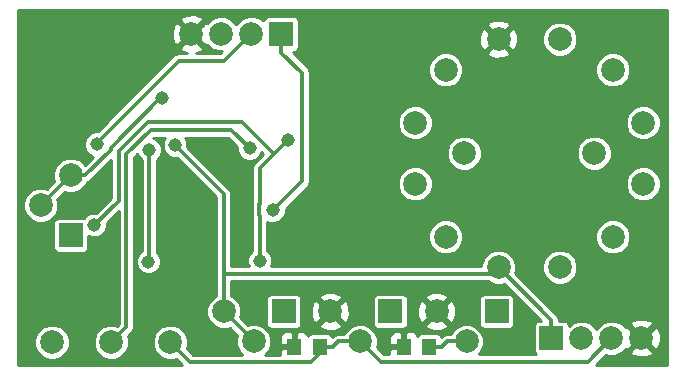
<source format=gbl>
G04 (created by PCBNEW (2013-03-31 BZR 4008)-stable) date 2013-10-21 1:47:18 PM*
%MOIN*%
G04 Gerber Fmt 3.4, Leading zero omitted, Abs format*
%FSLAX34Y34*%
G01*
G70*
G90*
G04 APERTURE LIST*
%ADD10C,0.006*%
%ADD11C,0.0787*%
%ADD12R,0.045X0.055*%
%ADD13R,0.0787X0.0787*%
%ADD14C,0.0787402*%
%ADD15C,0.045*%
%ADD16C,0.012*%
%ADD17C,0.014*%
%ADD18C,0.01*%
G04 APERTURE END LIST*
G54D10*
G54D11*
X13543Y-19133D03*
X11574Y-19133D03*
X15511Y-19133D03*
G54D12*
X19653Y-19291D03*
X20503Y-19291D03*
G54D13*
X19216Y-8858D03*
G54D11*
X18216Y-8858D03*
X17216Y-8858D03*
X16216Y-8858D03*
G54D14*
X23677Y-11814D03*
X24696Y-10051D03*
X26460Y-9031D03*
X28500Y-9031D03*
X30263Y-10051D03*
X31283Y-11814D03*
X29645Y-12834D03*
X25314Y-12834D03*
X23677Y-13854D03*
X24696Y-15618D03*
X26460Y-16637D03*
X28500Y-16637D03*
X30263Y-15618D03*
X31283Y-13854D03*
G54D12*
X23295Y-19291D03*
X24145Y-19291D03*
G54D11*
X18307Y-19110D03*
X17307Y-18110D03*
G54D13*
X19307Y-18110D03*
G54D11*
X21850Y-19110D03*
X20850Y-18110D03*
G54D13*
X22850Y-18110D03*
G54D11*
X25393Y-19110D03*
X24393Y-18110D03*
G54D13*
X26393Y-18110D03*
G54D11*
X11204Y-14566D03*
X12204Y-13566D03*
G54D13*
X12204Y-15566D03*
X28224Y-18996D03*
G54D11*
X29224Y-18996D03*
X30224Y-18996D03*
X31224Y-18996D03*
G54D15*
X18933Y-14725D03*
X15673Y-12567D03*
X13090Y-12531D03*
X19427Y-12397D03*
X12986Y-15227D03*
X18506Y-16418D03*
X16296Y-12547D03*
X21358Y-15602D03*
X14422Y-10518D03*
X16280Y-16601D03*
X12787Y-18032D03*
X11114Y-12614D03*
X15243Y-11004D03*
X18160Y-12674D03*
X14813Y-12718D03*
X14781Y-16446D03*
G54D16*
X24751Y-19110D02*
X24570Y-19291D01*
X25393Y-19110D02*
X24751Y-19110D01*
X24145Y-19291D02*
X24570Y-19291D01*
G54D17*
X19895Y-10160D02*
X19216Y-9481D01*
X19895Y-13763D02*
X19895Y-10160D01*
X18933Y-14725D02*
X19895Y-13763D01*
X19216Y-8858D02*
X19216Y-9481D01*
G54D16*
X18307Y-19110D02*
X17307Y-18110D01*
X28224Y-18996D02*
X28224Y-18402D01*
X17307Y-18110D02*
X17307Y-16858D01*
X17307Y-14201D02*
X15673Y-12567D01*
X17307Y-16858D02*
X17307Y-14201D01*
X26460Y-16638D02*
X28224Y-18402D01*
X26240Y-16858D02*
X26460Y-16638D01*
X17307Y-16858D02*
X26240Y-16858D01*
X26460Y-16638D02*
X26460Y-16637D01*
X21109Y-19110D02*
X20928Y-19291D01*
X21850Y-19110D02*
X21109Y-19110D01*
X22526Y-19786D02*
X21850Y-19110D01*
X29433Y-19786D02*
X22526Y-19786D01*
X30224Y-18996D02*
X29433Y-19786D01*
X20503Y-19291D02*
X20716Y-19291D01*
X20716Y-19291D02*
X20928Y-19291D01*
X16179Y-19801D02*
X15511Y-19133D01*
X20205Y-19801D02*
X16179Y-19801D01*
X20716Y-19291D02*
X20205Y-19801D01*
G54D17*
X17304Y-9770D02*
X18216Y-8858D01*
X15817Y-9770D02*
X17304Y-9770D01*
X13090Y-12497D02*
X15817Y-9770D01*
X13090Y-12531D02*
X13090Y-12497D01*
G54D16*
X19427Y-12397D02*
X18962Y-12862D01*
X18506Y-14928D02*
X18506Y-16418D01*
X18487Y-14909D02*
X18506Y-14928D01*
X18487Y-14541D02*
X18487Y-14909D01*
X18506Y-14522D02*
X18487Y-14541D01*
X18506Y-13318D02*
X18506Y-14522D01*
X18962Y-12862D02*
X18506Y-13318D01*
X13795Y-14417D02*
X12986Y-15227D01*
X13795Y-12765D02*
X13795Y-14417D01*
X14766Y-11794D02*
X13795Y-12765D01*
X17893Y-11794D02*
X14766Y-11794D01*
X18962Y-12862D02*
X17893Y-11794D01*
X11204Y-14566D02*
X12204Y-13566D01*
X15183Y-11004D02*
X15243Y-11004D01*
X13535Y-12652D02*
X15183Y-11004D01*
X13535Y-12715D02*
X13535Y-12652D01*
X12684Y-13566D02*
X13535Y-12715D01*
X12204Y-13566D02*
X12684Y-13566D01*
X14055Y-18621D02*
X13543Y-19133D01*
X14055Y-12875D02*
X14055Y-18621D01*
X14864Y-12067D02*
X14055Y-12875D01*
X17553Y-12067D02*
X14864Y-12067D01*
X18160Y-12674D02*
X17553Y-12067D01*
X14813Y-16414D02*
X14781Y-16446D01*
X14813Y-12718D02*
X14813Y-16414D01*
G54D10*
G36*
X18608Y-12862D02*
X18329Y-13141D01*
X18275Y-13222D01*
X18256Y-13318D01*
X18256Y-14447D01*
X18237Y-14541D01*
X18237Y-14909D01*
X18256Y-15003D01*
X18256Y-16081D01*
X18154Y-16183D01*
X18091Y-16335D01*
X18091Y-16500D01*
X18135Y-16608D01*
X17557Y-16608D01*
X17557Y-14201D01*
X17557Y-14201D01*
X17557Y-14201D01*
X17553Y-14182D01*
X17538Y-14106D01*
X17538Y-14106D01*
X17483Y-14025D01*
X17483Y-14025D01*
X16088Y-12629D01*
X16088Y-12485D01*
X16025Y-12333D01*
X16009Y-12317D01*
X17449Y-12317D01*
X17745Y-12612D01*
X17745Y-12756D01*
X17808Y-12909D01*
X17924Y-13025D01*
X18077Y-13089D01*
X18242Y-13089D01*
X18394Y-13026D01*
X18511Y-12909D01*
X18553Y-12808D01*
X18608Y-12862D01*
X18608Y-12862D01*
G37*
G54D18*
X18608Y-12862D02*
X18329Y-13141D01*
X18275Y-13222D01*
X18256Y-13318D01*
X18256Y-14447D01*
X18237Y-14541D01*
X18237Y-14909D01*
X18256Y-15003D01*
X18256Y-16081D01*
X18154Y-16183D01*
X18091Y-16335D01*
X18091Y-16500D01*
X18135Y-16608D01*
X17557Y-16608D01*
X17557Y-14201D01*
X17557Y-14201D01*
X17557Y-14201D01*
X17553Y-14182D01*
X17538Y-14106D01*
X17538Y-14106D01*
X17483Y-14025D01*
X17483Y-14025D01*
X16088Y-12629D01*
X16088Y-12485D01*
X16025Y-12333D01*
X16009Y-12317D01*
X17449Y-12317D01*
X17745Y-12612D01*
X17745Y-12756D01*
X17808Y-12909D01*
X17924Y-13025D01*
X18077Y-13089D01*
X18242Y-13089D01*
X18394Y-13026D01*
X18511Y-12909D01*
X18553Y-12808D01*
X18608Y-12862D01*
G54D10*
G36*
X27880Y-18412D02*
X27793Y-18412D01*
X27723Y-18441D01*
X27669Y-18494D01*
X27640Y-18564D01*
X27640Y-18640D01*
X27640Y-19427D01*
X27669Y-19497D01*
X27709Y-19536D01*
X26977Y-19536D01*
X26977Y-18466D01*
X26977Y-17679D01*
X26948Y-17609D01*
X26894Y-17555D01*
X26825Y-17526D01*
X26749Y-17526D01*
X25962Y-17526D01*
X25892Y-17555D01*
X25839Y-17608D01*
X25810Y-17678D01*
X25810Y-17754D01*
X25810Y-18541D01*
X25839Y-18611D01*
X25892Y-18664D01*
X25962Y-18693D01*
X26037Y-18693D01*
X26824Y-18693D01*
X26894Y-18664D01*
X26948Y-18611D01*
X26977Y-18541D01*
X26977Y-18466D01*
X26977Y-19536D01*
X25792Y-19536D01*
X25888Y-19441D01*
X25977Y-19226D01*
X25977Y-18994D01*
X25888Y-18780D01*
X25724Y-18615D01*
X25510Y-18526D01*
X25278Y-18526D01*
X25063Y-18615D01*
X25041Y-18637D01*
X25041Y-18214D01*
X25032Y-17958D01*
X24952Y-17766D01*
X24847Y-17727D01*
X24776Y-17798D01*
X24776Y-17656D01*
X24737Y-17551D01*
X24497Y-17462D01*
X24241Y-17471D01*
X24049Y-17551D01*
X24010Y-17656D01*
X24393Y-18039D01*
X24776Y-17656D01*
X24776Y-17798D01*
X24464Y-18110D01*
X24847Y-18493D01*
X24952Y-18454D01*
X25041Y-18214D01*
X25041Y-18637D01*
X24899Y-18779D01*
X24865Y-18860D01*
X24776Y-18860D01*
X24776Y-18563D01*
X24393Y-18180D01*
X24322Y-18251D01*
X24322Y-18110D01*
X23940Y-17727D01*
X23835Y-17766D01*
X23745Y-18006D01*
X23755Y-18261D01*
X23835Y-18454D01*
X23940Y-18493D01*
X24322Y-18110D01*
X24322Y-18251D01*
X24010Y-18563D01*
X24049Y-18668D01*
X24289Y-18758D01*
X24545Y-18748D01*
X24737Y-18668D01*
X24776Y-18563D01*
X24776Y-18860D01*
X24751Y-18860D01*
X24656Y-18879D01*
X24574Y-18933D01*
X24551Y-18956D01*
X24531Y-18908D01*
X24478Y-18855D01*
X24408Y-18826D01*
X24332Y-18826D01*
X23882Y-18826D01*
X23812Y-18855D01*
X23759Y-18908D01*
X23752Y-18924D01*
X23732Y-18874D01*
X23661Y-18804D01*
X23569Y-18766D01*
X23433Y-18766D01*
X23433Y-18466D01*
X23433Y-17679D01*
X23405Y-17609D01*
X23351Y-17555D01*
X23281Y-17526D01*
X23206Y-17526D01*
X22419Y-17526D01*
X22349Y-17555D01*
X22295Y-17608D01*
X22266Y-17678D01*
X22266Y-17754D01*
X22266Y-18541D01*
X22295Y-18611D01*
X22349Y-18664D01*
X22418Y-18693D01*
X22494Y-18693D01*
X23281Y-18693D01*
X23351Y-18664D01*
X23404Y-18611D01*
X23433Y-18541D01*
X23433Y-18466D01*
X23433Y-18766D01*
X23407Y-18766D01*
X23345Y-18828D01*
X23345Y-19241D01*
X23353Y-19241D01*
X23353Y-19341D01*
X23345Y-19341D01*
X23345Y-19349D01*
X23245Y-19349D01*
X23245Y-19341D01*
X23245Y-19241D01*
X23245Y-18828D01*
X23182Y-18766D01*
X23020Y-18766D01*
X22929Y-18804D01*
X22858Y-18874D01*
X22820Y-18966D01*
X22820Y-19065D01*
X22820Y-19178D01*
X22882Y-19241D01*
X23245Y-19241D01*
X23245Y-19341D01*
X22882Y-19341D01*
X22820Y-19403D01*
X22820Y-19516D01*
X22820Y-19536D01*
X22630Y-19536D01*
X22400Y-19306D01*
X22433Y-19226D01*
X22433Y-18994D01*
X22345Y-18780D01*
X22181Y-18615D01*
X21966Y-18526D01*
X21734Y-18526D01*
X21520Y-18615D01*
X21498Y-18637D01*
X21498Y-18214D01*
X21488Y-17958D01*
X21409Y-17766D01*
X21304Y-17727D01*
X21233Y-17798D01*
X21233Y-17656D01*
X21194Y-17551D01*
X20954Y-17462D01*
X20698Y-17471D01*
X20506Y-17551D01*
X20467Y-17656D01*
X20850Y-18039D01*
X21233Y-17656D01*
X21233Y-17798D01*
X20921Y-18110D01*
X21304Y-18493D01*
X21409Y-18454D01*
X21498Y-18214D01*
X21498Y-18637D01*
X21356Y-18779D01*
X21322Y-18860D01*
X21233Y-18860D01*
X21233Y-18563D01*
X20850Y-18180D01*
X20779Y-18251D01*
X20779Y-18110D01*
X20396Y-17727D01*
X20291Y-17766D01*
X20202Y-18006D01*
X20212Y-18261D01*
X20291Y-18454D01*
X20396Y-18493D01*
X20779Y-18110D01*
X20779Y-18251D01*
X20467Y-18563D01*
X20506Y-18668D01*
X20746Y-18758D01*
X21002Y-18748D01*
X21194Y-18668D01*
X21233Y-18563D01*
X21233Y-18860D01*
X21109Y-18860D01*
X21014Y-18879D01*
X20933Y-18933D01*
X20909Y-18956D01*
X20889Y-18908D01*
X20836Y-18855D01*
X20766Y-18826D01*
X20691Y-18826D01*
X20241Y-18826D01*
X20171Y-18855D01*
X20117Y-18908D01*
X20111Y-18924D01*
X20090Y-18874D01*
X20020Y-18804D01*
X19928Y-18766D01*
X19890Y-18766D01*
X19890Y-18466D01*
X19890Y-17679D01*
X19861Y-17609D01*
X19808Y-17555D01*
X19738Y-17526D01*
X19662Y-17526D01*
X18875Y-17526D01*
X18806Y-17555D01*
X18752Y-17608D01*
X18723Y-17678D01*
X18723Y-17754D01*
X18723Y-18541D01*
X18752Y-18611D01*
X18805Y-18664D01*
X18875Y-18693D01*
X18951Y-18693D01*
X19738Y-18693D01*
X19808Y-18664D01*
X19861Y-18611D01*
X19890Y-18541D01*
X19890Y-18466D01*
X19890Y-18766D01*
X19766Y-18766D01*
X19703Y-18828D01*
X19703Y-19241D01*
X19711Y-19241D01*
X19711Y-19341D01*
X19703Y-19341D01*
X19703Y-19349D01*
X19603Y-19349D01*
X19603Y-19341D01*
X19603Y-19241D01*
X19603Y-18828D01*
X19541Y-18766D01*
X19379Y-18766D01*
X19287Y-18804D01*
X19216Y-18874D01*
X19178Y-18966D01*
X19178Y-19065D01*
X19178Y-19178D01*
X19241Y-19241D01*
X19603Y-19241D01*
X19603Y-19341D01*
X19241Y-19341D01*
X19178Y-19403D01*
X19178Y-19516D01*
X19178Y-19551D01*
X18690Y-19551D01*
X18801Y-19441D01*
X18890Y-19226D01*
X18890Y-18994D01*
X18802Y-18780D01*
X18638Y-18615D01*
X18423Y-18526D01*
X18191Y-18526D01*
X18110Y-18560D01*
X17857Y-18306D01*
X17890Y-18226D01*
X17890Y-17994D01*
X17802Y-17780D01*
X17638Y-17615D01*
X17557Y-17582D01*
X17557Y-17108D01*
X26105Y-17108D01*
X26129Y-17132D01*
X26344Y-17221D01*
X26576Y-17221D01*
X26656Y-17188D01*
X27880Y-18412D01*
X27880Y-18412D01*
G37*
G54D18*
X27880Y-18412D02*
X27793Y-18412D01*
X27723Y-18441D01*
X27669Y-18494D01*
X27640Y-18564D01*
X27640Y-18640D01*
X27640Y-19427D01*
X27669Y-19497D01*
X27709Y-19536D01*
X26977Y-19536D01*
X26977Y-18466D01*
X26977Y-17679D01*
X26948Y-17609D01*
X26894Y-17555D01*
X26825Y-17526D01*
X26749Y-17526D01*
X25962Y-17526D01*
X25892Y-17555D01*
X25839Y-17608D01*
X25810Y-17678D01*
X25810Y-17754D01*
X25810Y-18541D01*
X25839Y-18611D01*
X25892Y-18664D01*
X25962Y-18693D01*
X26037Y-18693D01*
X26824Y-18693D01*
X26894Y-18664D01*
X26948Y-18611D01*
X26977Y-18541D01*
X26977Y-18466D01*
X26977Y-19536D01*
X25792Y-19536D01*
X25888Y-19441D01*
X25977Y-19226D01*
X25977Y-18994D01*
X25888Y-18780D01*
X25724Y-18615D01*
X25510Y-18526D01*
X25278Y-18526D01*
X25063Y-18615D01*
X25041Y-18637D01*
X25041Y-18214D01*
X25032Y-17958D01*
X24952Y-17766D01*
X24847Y-17727D01*
X24776Y-17798D01*
X24776Y-17656D01*
X24737Y-17551D01*
X24497Y-17462D01*
X24241Y-17471D01*
X24049Y-17551D01*
X24010Y-17656D01*
X24393Y-18039D01*
X24776Y-17656D01*
X24776Y-17798D01*
X24464Y-18110D01*
X24847Y-18493D01*
X24952Y-18454D01*
X25041Y-18214D01*
X25041Y-18637D01*
X24899Y-18779D01*
X24865Y-18860D01*
X24776Y-18860D01*
X24776Y-18563D01*
X24393Y-18180D01*
X24322Y-18251D01*
X24322Y-18110D01*
X23940Y-17727D01*
X23835Y-17766D01*
X23745Y-18006D01*
X23755Y-18261D01*
X23835Y-18454D01*
X23940Y-18493D01*
X24322Y-18110D01*
X24322Y-18251D01*
X24010Y-18563D01*
X24049Y-18668D01*
X24289Y-18758D01*
X24545Y-18748D01*
X24737Y-18668D01*
X24776Y-18563D01*
X24776Y-18860D01*
X24751Y-18860D01*
X24656Y-18879D01*
X24574Y-18933D01*
X24551Y-18956D01*
X24531Y-18908D01*
X24478Y-18855D01*
X24408Y-18826D01*
X24332Y-18826D01*
X23882Y-18826D01*
X23812Y-18855D01*
X23759Y-18908D01*
X23752Y-18924D01*
X23732Y-18874D01*
X23661Y-18804D01*
X23569Y-18766D01*
X23433Y-18766D01*
X23433Y-18466D01*
X23433Y-17679D01*
X23405Y-17609D01*
X23351Y-17555D01*
X23281Y-17526D01*
X23206Y-17526D01*
X22419Y-17526D01*
X22349Y-17555D01*
X22295Y-17608D01*
X22266Y-17678D01*
X22266Y-17754D01*
X22266Y-18541D01*
X22295Y-18611D01*
X22349Y-18664D01*
X22418Y-18693D01*
X22494Y-18693D01*
X23281Y-18693D01*
X23351Y-18664D01*
X23404Y-18611D01*
X23433Y-18541D01*
X23433Y-18466D01*
X23433Y-18766D01*
X23407Y-18766D01*
X23345Y-18828D01*
X23345Y-19241D01*
X23353Y-19241D01*
X23353Y-19341D01*
X23345Y-19341D01*
X23345Y-19349D01*
X23245Y-19349D01*
X23245Y-19341D01*
X23245Y-19241D01*
X23245Y-18828D01*
X23182Y-18766D01*
X23020Y-18766D01*
X22929Y-18804D01*
X22858Y-18874D01*
X22820Y-18966D01*
X22820Y-19065D01*
X22820Y-19178D01*
X22882Y-19241D01*
X23245Y-19241D01*
X23245Y-19341D01*
X22882Y-19341D01*
X22820Y-19403D01*
X22820Y-19516D01*
X22820Y-19536D01*
X22630Y-19536D01*
X22400Y-19306D01*
X22433Y-19226D01*
X22433Y-18994D01*
X22345Y-18780D01*
X22181Y-18615D01*
X21966Y-18526D01*
X21734Y-18526D01*
X21520Y-18615D01*
X21498Y-18637D01*
X21498Y-18214D01*
X21488Y-17958D01*
X21409Y-17766D01*
X21304Y-17727D01*
X21233Y-17798D01*
X21233Y-17656D01*
X21194Y-17551D01*
X20954Y-17462D01*
X20698Y-17471D01*
X20506Y-17551D01*
X20467Y-17656D01*
X20850Y-18039D01*
X21233Y-17656D01*
X21233Y-17798D01*
X20921Y-18110D01*
X21304Y-18493D01*
X21409Y-18454D01*
X21498Y-18214D01*
X21498Y-18637D01*
X21356Y-18779D01*
X21322Y-18860D01*
X21233Y-18860D01*
X21233Y-18563D01*
X20850Y-18180D01*
X20779Y-18251D01*
X20779Y-18110D01*
X20396Y-17727D01*
X20291Y-17766D01*
X20202Y-18006D01*
X20212Y-18261D01*
X20291Y-18454D01*
X20396Y-18493D01*
X20779Y-18110D01*
X20779Y-18251D01*
X20467Y-18563D01*
X20506Y-18668D01*
X20746Y-18758D01*
X21002Y-18748D01*
X21194Y-18668D01*
X21233Y-18563D01*
X21233Y-18860D01*
X21109Y-18860D01*
X21014Y-18879D01*
X20933Y-18933D01*
X20909Y-18956D01*
X20889Y-18908D01*
X20836Y-18855D01*
X20766Y-18826D01*
X20691Y-18826D01*
X20241Y-18826D01*
X20171Y-18855D01*
X20117Y-18908D01*
X20111Y-18924D01*
X20090Y-18874D01*
X20020Y-18804D01*
X19928Y-18766D01*
X19890Y-18766D01*
X19890Y-18466D01*
X19890Y-17679D01*
X19861Y-17609D01*
X19808Y-17555D01*
X19738Y-17526D01*
X19662Y-17526D01*
X18875Y-17526D01*
X18806Y-17555D01*
X18752Y-17608D01*
X18723Y-17678D01*
X18723Y-17754D01*
X18723Y-18541D01*
X18752Y-18611D01*
X18805Y-18664D01*
X18875Y-18693D01*
X18951Y-18693D01*
X19738Y-18693D01*
X19808Y-18664D01*
X19861Y-18611D01*
X19890Y-18541D01*
X19890Y-18466D01*
X19890Y-18766D01*
X19766Y-18766D01*
X19703Y-18828D01*
X19703Y-19241D01*
X19711Y-19241D01*
X19711Y-19341D01*
X19703Y-19341D01*
X19703Y-19349D01*
X19603Y-19349D01*
X19603Y-19341D01*
X19603Y-19241D01*
X19603Y-18828D01*
X19541Y-18766D01*
X19379Y-18766D01*
X19287Y-18804D01*
X19216Y-18874D01*
X19178Y-18966D01*
X19178Y-19065D01*
X19178Y-19178D01*
X19241Y-19241D01*
X19603Y-19241D01*
X19603Y-19341D01*
X19241Y-19341D01*
X19178Y-19403D01*
X19178Y-19516D01*
X19178Y-19551D01*
X18690Y-19551D01*
X18801Y-19441D01*
X18890Y-19226D01*
X18890Y-18994D01*
X18802Y-18780D01*
X18638Y-18615D01*
X18423Y-18526D01*
X18191Y-18526D01*
X18110Y-18560D01*
X17857Y-18306D01*
X17890Y-18226D01*
X17890Y-17994D01*
X17802Y-17780D01*
X17638Y-17615D01*
X17557Y-17582D01*
X17557Y-17108D01*
X26105Y-17108D01*
X26129Y-17132D01*
X26344Y-17221D01*
X26576Y-17221D01*
X26656Y-17188D01*
X27880Y-18412D01*
G54D10*
G36*
X32083Y-19879D02*
X31872Y-19879D01*
X31872Y-19100D01*
X31867Y-18966D01*
X31867Y-13738D01*
X31867Y-11699D01*
X31778Y-11484D01*
X31614Y-11320D01*
X31400Y-11231D01*
X31167Y-11231D01*
X30953Y-11319D01*
X30847Y-11425D01*
X30847Y-9935D01*
X30758Y-9720D01*
X30594Y-9556D01*
X30380Y-9467D01*
X30148Y-9467D01*
X29933Y-9556D01*
X29769Y-9720D01*
X29680Y-9934D01*
X29679Y-10166D01*
X29768Y-10381D01*
X29932Y-10545D01*
X30147Y-10634D01*
X30379Y-10634D01*
X30593Y-10546D01*
X30758Y-10382D01*
X30847Y-10167D01*
X30847Y-9935D01*
X30847Y-11425D01*
X30788Y-11483D01*
X30699Y-11698D01*
X30699Y-11930D01*
X30788Y-12145D01*
X30952Y-12309D01*
X31166Y-12398D01*
X31399Y-12398D01*
X31613Y-12310D01*
X31778Y-12146D01*
X31867Y-11931D01*
X31867Y-11699D01*
X31867Y-13738D01*
X31778Y-13524D01*
X31614Y-13359D01*
X31400Y-13270D01*
X31167Y-13270D01*
X30953Y-13359D01*
X30788Y-13523D01*
X30699Y-13737D01*
X30699Y-13969D01*
X30788Y-14184D01*
X30952Y-14348D01*
X31166Y-14437D01*
X31399Y-14438D01*
X31613Y-14349D01*
X31778Y-14185D01*
X31867Y-13970D01*
X31867Y-13738D01*
X31867Y-18966D01*
X31862Y-18844D01*
X31783Y-18651D01*
X31678Y-18613D01*
X31607Y-18683D01*
X31607Y-18542D01*
X31568Y-18437D01*
X31328Y-18348D01*
X31072Y-18357D01*
X30880Y-18437D01*
X30847Y-18526D01*
X30847Y-15502D01*
X30758Y-15287D01*
X30594Y-15123D01*
X30380Y-15034D01*
X30229Y-15034D01*
X30229Y-12719D01*
X30140Y-12504D01*
X29976Y-12340D01*
X29762Y-12251D01*
X29530Y-12250D01*
X29315Y-12339D01*
X29151Y-12503D01*
X29083Y-12665D01*
X29083Y-8915D01*
X28995Y-8701D01*
X28831Y-8536D01*
X28616Y-8447D01*
X28384Y-8447D01*
X28169Y-8536D01*
X28005Y-8700D01*
X27916Y-8914D01*
X27916Y-9147D01*
X28004Y-9361D01*
X28168Y-9526D01*
X28383Y-9615D01*
X28615Y-9615D01*
X28830Y-9526D01*
X28994Y-9362D01*
X29083Y-9148D01*
X29083Y-8915D01*
X29083Y-12665D01*
X29062Y-12718D01*
X29061Y-12950D01*
X29150Y-13164D01*
X29314Y-13329D01*
X29529Y-13418D01*
X29761Y-13418D01*
X29975Y-13329D01*
X30140Y-13165D01*
X30229Y-12951D01*
X30229Y-12719D01*
X30229Y-15034D01*
X30148Y-15034D01*
X29933Y-15122D01*
X29769Y-15287D01*
X29680Y-15501D01*
X29679Y-15733D01*
X29768Y-15948D01*
X29932Y-16112D01*
X30147Y-16201D01*
X30379Y-16201D01*
X30593Y-16113D01*
X30758Y-15949D01*
X30847Y-15734D01*
X30847Y-15502D01*
X30847Y-18526D01*
X30841Y-18542D01*
X31224Y-18925D01*
X31607Y-18542D01*
X31607Y-18683D01*
X31295Y-18996D01*
X31678Y-19378D01*
X31783Y-19340D01*
X31872Y-19100D01*
X31872Y-19879D01*
X31607Y-19879D01*
X31607Y-19449D01*
X31224Y-19066D01*
X30841Y-19449D01*
X30880Y-19554D01*
X31120Y-19643D01*
X31376Y-19634D01*
X31568Y-19554D01*
X31607Y-19449D01*
X31607Y-19879D01*
X29694Y-19879D01*
X30027Y-19546D01*
X30107Y-19579D01*
X30339Y-19579D01*
X30554Y-19491D01*
X30694Y-19350D01*
X30770Y-19378D01*
X31153Y-18996D01*
X30770Y-18613D01*
X30694Y-18641D01*
X30555Y-18501D01*
X30340Y-18412D01*
X30108Y-18412D01*
X29894Y-18501D01*
X29730Y-18665D01*
X29724Y-18678D01*
X29719Y-18665D01*
X29555Y-18501D01*
X29340Y-18412D01*
X29108Y-18412D01*
X29083Y-18422D01*
X29083Y-16522D01*
X28995Y-16307D01*
X28831Y-16143D01*
X28616Y-16054D01*
X28384Y-16053D01*
X28169Y-16142D01*
X28005Y-16306D01*
X27916Y-16521D01*
X27916Y-16753D01*
X28004Y-16968D01*
X28168Y-17132D01*
X28383Y-17221D01*
X28615Y-17221D01*
X28830Y-17132D01*
X28994Y-16968D01*
X29083Y-16754D01*
X29083Y-16522D01*
X29083Y-18422D01*
X28894Y-18501D01*
X28807Y-18587D01*
X28807Y-18564D01*
X28779Y-18495D01*
X28725Y-18441D01*
X28655Y-18412D01*
X28580Y-18412D01*
X28474Y-18412D01*
X28474Y-18402D01*
X28455Y-18306D01*
X28455Y-18306D01*
X28401Y-18225D01*
X27108Y-16933D01*
X27108Y-9135D01*
X27099Y-8879D01*
X27019Y-8687D01*
X26914Y-8648D01*
X26843Y-8719D01*
X26843Y-8577D01*
X26804Y-8472D01*
X26564Y-8383D01*
X26308Y-8392D01*
X26116Y-8472D01*
X26077Y-8577D01*
X26460Y-8960D01*
X26843Y-8577D01*
X26843Y-8719D01*
X26531Y-9031D01*
X26914Y-9414D01*
X27019Y-9375D01*
X27108Y-9135D01*
X27108Y-16933D01*
X27010Y-16835D01*
X27044Y-16754D01*
X27044Y-16522D01*
X26955Y-16307D01*
X26843Y-16195D01*
X26843Y-9485D01*
X26460Y-9102D01*
X26389Y-9172D01*
X26389Y-9031D01*
X26006Y-8648D01*
X25901Y-8687D01*
X25812Y-8927D01*
X25822Y-9183D01*
X25901Y-9375D01*
X26006Y-9414D01*
X26389Y-9031D01*
X26389Y-9172D01*
X26077Y-9485D01*
X26116Y-9590D01*
X26356Y-9679D01*
X26612Y-9670D01*
X26804Y-9590D01*
X26843Y-9485D01*
X26843Y-16195D01*
X26791Y-16143D01*
X26577Y-16054D01*
X26345Y-16053D01*
X26130Y-16142D01*
X25966Y-16306D01*
X25898Y-16468D01*
X25898Y-12719D01*
X25810Y-12504D01*
X25646Y-12340D01*
X25431Y-12251D01*
X25280Y-12250D01*
X25280Y-9935D01*
X25191Y-9720D01*
X25027Y-9556D01*
X24813Y-9467D01*
X24581Y-9467D01*
X24366Y-9556D01*
X24202Y-9720D01*
X24113Y-9934D01*
X24113Y-10166D01*
X24201Y-10381D01*
X24365Y-10545D01*
X24580Y-10634D01*
X24812Y-10634D01*
X25027Y-10546D01*
X25191Y-10382D01*
X25280Y-10167D01*
X25280Y-9935D01*
X25280Y-12250D01*
X25199Y-12250D01*
X24984Y-12339D01*
X24820Y-12503D01*
X24731Y-12718D01*
X24731Y-12950D01*
X24819Y-13164D01*
X24983Y-13329D01*
X25198Y-13418D01*
X25430Y-13418D01*
X25645Y-13329D01*
X25809Y-13165D01*
X25898Y-12951D01*
X25898Y-12719D01*
X25898Y-16468D01*
X25877Y-16521D01*
X25876Y-16608D01*
X25280Y-16608D01*
X25280Y-15502D01*
X25191Y-15287D01*
X25027Y-15123D01*
X24813Y-15034D01*
X24581Y-15034D01*
X24366Y-15122D01*
X24260Y-15228D01*
X24260Y-13738D01*
X24260Y-11699D01*
X24172Y-11484D01*
X24008Y-11320D01*
X23793Y-11231D01*
X23561Y-11231D01*
X23346Y-11319D01*
X23182Y-11483D01*
X23093Y-11698D01*
X23093Y-11930D01*
X23182Y-12145D01*
X23346Y-12309D01*
X23560Y-12398D01*
X23792Y-12398D01*
X24007Y-12310D01*
X24171Y-12146D01*
X24260Y-11931D01*
X24260Y-11699D01*
X24260Y-13738D01*
X24172Y-13524D01*
X24008Y-13359D01*
X23793Y-13270D01*
X23561Y-13270D01*
X23346Y-13359D01*
X23182Y-13523D01*
X23093Y-13737D01*
X23093Y-13969D01*
X23182Y-14184D01*
X23346Y-14348D01*
X23560Y-14437D01*
X23792Y-14438D01*
X24007Y-14349D01*
X24171Y-14185D01*
X24260Y-13970D01*
X24260Y-13738D01*
X24260Y-15228D01*
X24202Y-15287D01*
X24113Y-15501D01*
X24113Y-15733D01*
X24201Y-15948D01*
X24365Y-16112D01*
X24580Y-16201D01*
X24812Y-16201D01*
X25027Y-16113D01*
X25191Y-15949D01*
X25280Y-15734D01*
X25280Y-15502D01*
X25280Y-16608D01*
X18877Y-16608D01*
X18921Y-16501D01*
X18921Y-16336D01*
X18858Y-16183D01*
X18756Y-16081D01*
X18756Y-15123D01*
X18846Y-15160D01*
X19019Y-15160D01*
X19179Y-15094D01*
X19301Y-14972D01*
X19367Y-14812D01*
X19368Y-14686D01*
X20093Y-13961D01*
X20154Y-13870D01*
X20154Y-13870D01*
X20157Y-13852D01*
X20175Y-13763D01*
X20175Y-13763D01*
X20175Y-10160D01*
X20157Y-10071D01*
X20154Y-10053D01*
X20154Y-10053D01*
X20093Y-9962D01*
X19592Y-9461D01*
X19651Y-9461D01*
X19728Y-9429D01*
X19787Y-9370D01*
X19819Y-9293D01*
X19820Y-9210D01*
X19820Y-8423D01*
X19788Y-8345D01*
X19729Y-8286D01*
X19651Y-8254D01*
X19568Y-8254D01*
X18781Y-8254D01*
X18704Y-8286D01*
X18645Y-8345D01*
X18619Y-8407D01*
X18558Y-8346D01*
X18337Y-8254D01*
X18097Y-8254D01*
X17875Y-8346D01*
X17705Y-8515D01*
X17703Y-8520D01*
X17547Y-8363D01*
X17333Y-8274D01*
X17100Y-8274D01*
X16886Y-8363D01*
X16746Y-8503D01*
X16670Y-8475D01*
X16599Y-8546D01*
X16599Y-8404D01*
X16560Y-8299D01*
X16320Y-8210D01*
X16064Y-8219D01*
X15872Y-8299D01*
X15833Y-8404D01*
X16216Y-8787D01*
X16599Y-8404D01*
X16599Y-8546D01*
X16287Y-8858D01*
X16670Y-9241D01*
X16746Y-9213D01*
X16885Y-9352D01*
X17099Y-9441D01*
X17237Y-9441D01*
X17188Y-9490D01*
X16383Y-9490D01*
X16560Y-9416D01*
X16599Y-9311D01*
X16216Y-8928D01*
X16145Y-8999D01*
X16145Y-8858D01*
X15762Y-8475D01*
X15657Y-8514D01*
X15568Y-8754D01*
X15578Y-9009D01*
X15657Y-9202D01*
X15762Y-9241D01*
X16145Y-8858D01*
X16145Y-8999D01*
X15833Y-9311D01*
X15872Y-9416D01*
X16069Y-9490D01*
X15817Y-9490D01*
X15710Y-9511D01*
X15679Y-9531D01*
X15619Y-9572D01*
X13095Y-12096D01*
X13004Y-12096D01*
X12844Y-12162D01*
X12721Y-12284D01*
X12655Y-12444D01*
X12655Y-12617D01*
X12721Y-12777D01*
X12843Y-12899D01*
X12952Y-12944D01*
X12680Y-13217D01*
X12535Y-13072D01*
X12321Y-12983D01*
X12089Y-12983D01*
X11874Y-13071D01*
X11710Y-13235D01*
X11621Y-13450D01*
X11621Y-13682D01*
X11654Y-13763D01*
X11401Y-14016D01*
X11321Y-13983D01*
X11089Y-13983D01*
X10874Y-14071D01*
X10710Y-14235D01*
X10621Y-14450D01*
X10621Y-14682D01*
X10709Y-14897D01*
X10873Y-15061D01*
X11088Y-15150D01*
X11320Y-15150D01*
X11534Y-15061D01*
X11699Y-14897D01*
X11788Y-14683D01*
X11788Y-14451D01*
X11754Y-14370D01*
X12008Y-14117D01*
X12088Y-14150D01*
X12320Y-14150D01*
X12534Y-14061D01*
X12699Y-13897D01*
X12737Y-13806D01*
X12779Y-13797D01*
X12860Y-13743D01*
X13545Y-13058D01*
X13545Y-14314D01*
X13047Y-14812D01*
X12904Y-14812D01*
X12751Y-14875D01*
X12641Y-14985D01*
X12636Y-14983D01*
X12560Y-14983D01*
X11773Y-14983D01*
X11703Y-15012D01*
X11650Y-15065D01*
X11621Y-15135D01*
X11621Y-15211D01*
X11621Y-15998D01*
X11650Y-16067D01*
X11703Y-16121D01*
X11773Y-16150D01*
X11848Y-16150D01*
X12635Y-16150D01*
X12705Y-16121D01*
X12759Y-16068D01*
X12788Y-15998D01*
X12788Y-15922D01*
X12788Y-15594D01*
X12903Y-15642D01*
X13068Y-15642D01*
X13221Y-15579D01*
X13337Y-15462D01*
X13401Y-15310D01*
X13401Y-15165D01*
X13805Y-14761D01*
X13805Y-18517D01*
X13739Y-18583D01*
X13659Y-18550D01*
X13427Y-18550D01*
X13213Y-18638D01*
X13048Y-18802D01*
X12959Y-19017D01*
X12959Y-19249D01*
X13048Y-19463D01*
X13212Y-19628D01*
X13426Y-19717D01*
X13658Y-19717D01*
X13873Y-19628D01*
X14037Y-19464D01*
X14126Y-19250D01*
X14126Y-19018D01*
X14093Y-18937D01*
X14232Y-18798D01*
X14286Y-18717D01*
X14286Y-18717D01*
X14305Y-18621D01*
X14305Y-12979D01*
X14423Y-12861D01*
X14461Y-12953D01*
X14563Y-13055D01*
X14563Y-16087D01*
X14546Y-16094D01*
X14429Y-16211D01*
X14366Y-16363D01*
X14366Y-16528D01*
X14429Y-16681D01*
X14545Y-16798D01*
X14698Y-16861D01*
X14863Y-16861D01*
X15015Y-16798D01*
X15132Y-16682D01*
X15196Y-16529D01*
X15196Y-16364D01*
X15133Y-16211D01*
X15063Y-16142D01*
X15063Y-13055D01*
X15165Y-12954D01*
X15228Y-12801D01*
X15228Y-12636D01*
X15165Y-12484D01*
X15048Y-12367D01*
X14956Y-12328D01*
X14967Y-12317D01*
X15337Y-12317D01*
X15321Y-12332D01*
X15258Y-12485D01*
X15258Y-12650D01*
X15321Y-12802D01*
X15437Y-12919D01*
X15590Y-12982D01*
X15734Y-12983D01*
X17057Y-14305D01*
X17057Y-16858D01*
X17057Y-17582D01*
X16976Y-17615D01*
X16812Y-17779D01*
X16723Y-17993D01*
X16723Y-18225D01*
X16812Y-18440D01*
X16976Y-18604D01*
X17190Y-18693D01*
X17422Y-18693D01*
X17503Y-18660D01*
X17756Y-18913D01*
X17723Y-18993D01*
X17723Y-19225D01*
X17812Y-19440D01*
X17923Y-19551D01*
X16283Y-19551D01*
X16061Y-19330D01*
X16095Y-19250D01*
X16095Y-19018D01*
X16006Y-18803D01*
X15842Y-18639D01*
X15628Y-18550D01*
X15396Y-18550D01*
X15181Y-18638D01*
X15017Y-18802D01*
X14928Y-19017D01*
X14928Y-19249D01*
X15016Y-19463D01*
X15180Y-19628D01*
X15395Y-19717D01*
X15627Y-19717D01*
X15708Y-19683D01*
X15903Y-19879D01*
X12598Y-19879D01*
X12158Y-19879D01*
X12158Y-19018D01*
X12069Y-18803D01*
X11905Y-18639D01*
X11691Y-18550D01*
X11459Y-18550D01*
X11244Y-18638D01*
X11080Y-18802D01*
X10991Y-19017D01*
X10991Y-19249D01*
X11079Y-19463D01*
X11243Y-19628D01*
X11458Y-19717D01*
X11690Y-19717D01*
X11904Y-19628D01*
X12069Y-19464D01*
X12158Y-19250D01*
X12158Y-19018D01*
X12158Y-19879D01*
X10435Y-19879D01*
X10435Y-8073D01*
X12598Y-8073D01*
X32083Y-8073D01*
X32083Y-19879D01*
X32083Y-19879D01*
G37*
G54D18*
X32083Y-19879D02*
X31872Y-19879D01*
X31872Y-19100D01*
X31867Y-18966D01*
X31867Y-13738D01*
X31867Y-11699D01*
X31778Y-11484D01*
X31614Y-11320D01*
X31400Y-11231D01*
X31167Y-11231D01*
X30953Y-11319D01*
X30847Y-11425D01*
X30847Y-9935D01*
X30758Y-9720D01*
X30594Y-9556D01*
X30380Y-9467D01*
X30148Y-9467D01*
X29933Y-9556D01*
X29769Y-9720D01*
X29680Y-9934D01*
X29679Y-10166D01*
X29768Y-10381D01*
X29932Y-10545D01*
X30147Y-10634D01*
X30379Y-10634D01*
X30593Y-10546D01*
X30758Y-10382D01*
X30847Y-10167D01*
X30847Y-9935D01*
X30847Y-11425D01*
X30788Y-11483D01*
X30699Y-11698D01*
X30699Y-11930D01*
X30788Y-12145D01*
X30952Y-12309D01*
X31166Y-12398D01*
X31399Y-12398D01*
X31613Y-12310D01*
X31778Y-12146D01*
X31867Y-11931D01*
X31867Y-11699D01*
X31867Y-13738D01*
X31778Y-13524D01*
X31614Y-13359D01*
X31400Y-13270D01*
X31167Y-13270D01*
X30953Y-13359D01*
X30788Y-13523D01*
X30699Y-13737D01*
X30699Y-13969D01*
X30788Y-14184D01*
X30952Y-14348D01*
X31166Y-14437D01*
X31399Y-14438D01*
X31613Y-14349D01*
X31778Y-14185D01*
X31867Y-13970D01*
X31867Y-13738D01*
X31867Y-18966D01*
X31862Y-18844D01*
X31783Y-18651D01*
X31678Y-18613D01*
X31607Y-18683D01*
X31607Y-18542D01*
X31568Y-18437D01*
X31328Y-18348D01*
X31072Y-18357D01*
X30880Y-18437D01*
X30847Y-18526D01*
X30847Y-15502D01*
X30758Y-15287D01*
X30594Y-15123D01*
X30380Y-15034D01*
X30229Y-15034D01*
X30229Y-12719D01*
X30140Y-12504D01*
X29976Y-12340D01*
X29762Y-12251D01*
X29530Y-12250D01*
X29315Y-12339D01*
X29151Y-12503D01*
X29083Y-12665D01*
X29083Y-8915D01*
X28995Y-8701D01*
X28831Y-8536D01*
X28616Y-8447D01*
X28384Y-8447D01*
X28169Y-8536D01*
X28005Y-8700D01*
X27916Y-8914D01*
X27916Y-9147D01*
X28004Y-9361D01*
X28168Y-9526D01*
X28383Y-9615D01*
X28615Y-9615D01*
X28830Y-9526D01*
X28994Y-9362D01*
X29083Y-9148D01*
X29083Y-8915D01*
X29083Y-12665D01*
X29062Y-12718D01*
X29061Y-12950D01*
X29150Y-13164D01*
X29314Y-13329D01*
X29529Y-13418D01*
X29761Y-13418D01*
X29975Y-13329D01*
X30140Y-13165D01*
X30229Y-12951D01*
X30229Y-12719D01*
X30229Y-15034D01*
X30148Y-15034D01*
X29933Y-15122D01*
X29769Y-15287D01*
X29680Y-15501D01*
X29679Y-15733D01*
X29768Y-15948D01*
X29932Y-16112D01*
X30147Y-16201D01*
X30379Y-16201D01*
X30593Y-16113D01*
X30758Y-15949D01*
X30847Y-15734D01*
X30847Y-15502D01*
X30847Y-18526D01*
X30841Y-18542D01*
X31224Y-18925D01*
X31607Y-18542D01*
X31607Y-18683D01*
X31295Y-18996D01*
X31678Y-19378D01*
X31783Y-19340D01*
X31872Y-19100D01*
X31872Y-19879D01*
X31607Y-19879D01*
X31607Y-19449D01*
X31224Y-19066D01*
X30841Y-19449D01*
X30880Y-19554D01*
X31120Y-19643D01*
X31376Y-19634D01*
X31568Y-19554D01*
X31607Y-19449D01*
X31607Y-19879D01*
X29694Y-19879D01*
X30027Y-19546D01*
X30107Y-19579D01*
X30339Y-19579D01*
X30554Y-19491D01*
X30694Y-19350D01*
X30770Y-19378D01*
X31153Y-18996D01*
X30770Y-18613D01*
X30694Y-18641D01*
X30555Y-18501D01*
X30340Y-18412D01*
X30108Y-18412D01*
X29894Y-18501D01*
X29730Y-18665D01*
X29724Y-18678D01*
X29719Y-18665D01*
X29555Y-18501D01*
X29340Y-18412D01*
X29108Y-18412D01*
X29083Y-18422D01*
X29083Y-16522D01*
X28995Y-16307D01*
X28831Y-16143D01*
X28616Y-16054D01*
X28384Y-16053D01*
X28169Y-16142D01*
X28005Y-16306D01*
X27916Y-16521D01*
X27916Y-16753D01*
X28004Y-16968D01*
X28168Y-17132D01*
X28383Y-17221D01*
X28615Y-17221D01*
X28830Y-17132D01*
X28994Y-16968D01*
X29083Y-16754D01*
X29083Y-16522D01*
X29083Y-18422D01*
X28894Y-18501D01*
X28807Y-18587D01*
X28807Y-18564D01*
X28779Y-18495D01*
X28725Y-18441D01*
X28655Y-18412D01*
X28580Y-18412D01*
X28474Y-18412D01*
X28474Y-18402D01*
X28455Y-18306D01*
X28455Y-18306D01*
X28401Y-18225D01*
X27108Y-16933D01*
X27108Y-9135D01*
X27099Y-8879D01*
X27019Y-8687D01*
X26914Y-8648D01*
X26843Y-8719D01*
X26843Y-8577D01*
X26804Y-8472D01*
X26564Y-8383D01*
X26308Y-8392D01*
X26116Y-8472D01*
X26077Y-8577D01*
X26460Y-8960D01*
X26843Y-8577D01*
X26843Y-8719D01*
X26531Y-9031D01*
X26914Y-9414D01*
X27019Y-9375D01*
X27108Y-9135D01*
X27108Y-16933D01*
X27010Y-16835D01*
X27044Y-16754D01*
X27044Y-16522D01*
X26955Y-16307D01*
X26843Y-16195D01*
X26843Y-9485D01*
X26460Y-9102D01*
X26389Y-9172D01*
X26389Y-9031D01*
X26006Y-8648D01*
X25901Y-8687D01*
X25812Y-8927D01*
X25822Y-9183D01*
X25901Y-9375D01*
X26006Y-9414D01*
X26389Y-9031D01*
X26389Y-9172D01*
X26077Y-9485D01*
X26116Y-9590D01*
X26356Y-9679D01*
X26612Y-9670D01*
X26804Y-9590D01*
X26843Y-9485D01*
X26843Y-16195D01*
X26791Y-16143D01*
X26577Y-16054D01*
X26345Y-16053D01*
X26130Y-16142D01*
X25966Y-16306D01*
X25898Y-16468D01*
X25898Y-12719D01*
X25810Y-12504D01*
X25646Y-12340D01*
X25431Y-12251D01*
X25280Y-12250D01*
X25280Y-9935D01*
X25191Y-9720D01*
X25027Y-9556D01*
X24813Y-9467D01*
X24581Y-9467D01*
X24366Y-9556D01*
X24202Y-9720D01*
X24113Y-9934D01*
X24113Y-10166D01*
X24201Y-10381D01*
X24365Y-10545D01*
X24580Y-10634D01*
X24812Y-10634D01*
X25027Y-10546D01*
X25191Y-10382D01*
X25280Y-10167D01*
X25280Y-9935D01*
X25280Y-12250D01*
X25199Y-12250D01*
X24984Y-12339D01*
X24820Y-12503D01*
X24731Y-12718D01*
X24731Y-12950D01*
X24819Y-13164D01*
X24983Y-13329D01*
X25198Y-13418D01*
X25430Y-13418D01*
X25645Y-13329D01*
X25809Y-13165D01*
X25898Y-12951D01*
X25898Y-12719D01*
X25898Y-16468D01*
X25877Y-16521D01*
X25876Y-16608D01*
X25280Y-16608D01*
X25280Y-15502D01*
X25191Y-15287D01*
X25027Y-15123D01*
X24813Y-15034D01*
X24581Y-15034D01*
X24366Y-15122D01*
X24260Y-15228D01*
X24260Y-13738D01*
X24260Y-11699D01*
X24172Y-11484D01*
X24008Y-11320D01*
X23793Y-11231D01*
X23561Y-11231D01*
X23346Y-11319D01*
X23182Y-11483D01*
X23093Y-11698D01*
X23093Y-11930D01*
X23182Y-12145D01*
X23346Y-12309D01*
X23560Y-12398D01*
X23792Y-12398D01*
X24007Y-12310D01*
X24171Y-12146D01*
X24260Y-11931D01*
X24260Y-11699D01*
X24260Y-13738D01*
X24172Y-13524D01*
X24008Y-13359D01*
X23793Y-13270D01*
X23561Y-13270D01*
X23346Y-13359D01*
X23182Y-13523D01*
X23093Y-13737D01*
X23093Y-13969D01*
X23182Y-14184D01*
X23346Y-14348D01*
X23560Y-14437D01*
X23792Y-14438D01*
X24007Y-14349D01*
X24171Y-14185D01*
X24260Y-13970D01*
X24260Y-13738D01*
X24260Y-15228D01*
X24202Y-15287D01*
X24113Y-15501D01*
X24113Y-15733D01*
X24201Y-15948D01*
X24365Y-16112D01*
X24580Y-16201D01*
X24812Y-16201D01*
X25027Y-16113D01*
X25191Y-15949D01*
X25280Y-15734D01*
X25280Y-15502D01*
X25280Y-16608D01*
X18877Y-16608D01*
X18921Y-16501D01*
X18921Y-16336D01*
X18858Y-16183D01*
X18756Y-16081D01*
X18756Y-15123D01*
X18846Y-15160D01*
X19019Y-15160D01*
X19179Y-15094D01*
X19301Y-14972D01*
X19367Y-14812D01*
X19368Y-14686D01*
X20093Y-13961D01*
X20154Y-13870D01*
X20154Y-13870D01*
X20157Y-13852D01*
X20175Y-13763D01*
X20175Y-13763D01*
X20175Y-10160D01*
X20157Y-10071D01*
X20154Y-10053D01*
X20154Y-10053D01*
X20093Y-9962D01*
X19592Y-9461D01*
X19651Y-9461D01*
X19728Y-9429D01*
X19787Y-9370D01*
X19819Y-9293D01*
X19820Y-9210D01*
X19820Y-8423D01*
X19788Y-8345D01*
X19729Y-8286D01*
X19651Y-8254D01*
X19568Y-8254D01*
X18781Y-8254D01*
X18704Y-8286D01*
X18645Y-8345D01*
X18619Y-8407D01*
X18558Y-8346D01*
X18337Y-8254D01*
X18097Y-8254D01*
X17875Y-8346D01*
X17705Y-8515D01*
X17703Y-8520D01*
X17547Y-8363D01*
X17333Y-8274D01*
X17100Y-8274D01*
X16886Y-8363D01*
X16746Y-8503D01*
X16670Y-8475D01*
X16599Y-8546D01*
X16599Y-8404D01*
X16560Y-8299D01*
X16320Y-8210D01*
X16064Y-8219D01*
X15872Y-8299D01*
X15833Y-8404D01*
X16216Y-8787D01*
X16599Y-8404D01*
X16599Y-8546D01*
X16287Y-8858D01*
X16670Y-9241D01*
X16746Y-9213D01*
X16885Y-9352D01*
X17099Y-9441D01*
X17237Y-9441D01*
X17188Y-9490D01*
X16383Y-9490D01*
X16560Y-9416D01*
X16599Y-9311D01*
X16216Y-8928D01*
X16145Y-8999D01*
X16145Y-8858D01*
X15762Y-8475D01*
X15657Y-8514D01*
X15568Y-8754D01*
X15578Y-9009D01*
X15657Y-9202D01*
X15762Y-9241D01*
X16145Y-8858D01*
X16145Y-8999D01*
X15833Y-9311D01*
X15872Y-9416D01*
X16069Y-9490D01*
X15817Y-9490D01*
X15710Y-9511D01*
X15679Y-9531D01*
X15619Y-9572D01*
X13095Y-12096D01*
X13004Y-12096D01*
X12844Y-12162D01*
X12721Y-12284D01*
X12655Y-12444D01*
X12655Y-12617D01*
X12721Y-12777D01*
X12843Y-12899D01*
X12952Y-12944D01*
X12680Y-13217D01*
X12535Y-13072D01*
X12321Y-12983D01*
X12089Y-12983D01*
X11874Y-13071D01*
X11710Y-13235D01*
X11621Y-13450D01*
X11621Y-13682D01*
X11654Y-13763D01*
X11401Y-14016D01*
X11321Y-13983D01*
X11089Y-13983D01*
X10874Y-14071D01*
X10710Y-14235D01*
X10621Y-14450D01*
X10621Y-14682D01*
X10709Y-14897D01*
X10873Y-15061D01*
X11088Y-15150D01*
X11320Y-15150D01*
X11534Y-15061D01*
X11699Y-14897D01*
X11788Y-14683D01*
X11788Y-14451D01*
X11754Y-14370D01*
X12008Y-14117D01*
X12088Y-14150D01*
X12320Y-14150D01*
X12534Y-14061D01*
X12699Y-13897D01*
X12737Y-13806D01*
X12779Y-13797D01*
X12860Y-13743D01*
X13545Y-13058D01*
X13545Y-14314D01*
X13047Y-14812D01*
X12904Y-14812D01*
X12751Y-14875D01*
X12641Y-14985D01*
X12636Y-14983D01*
X12560Y-14983D01*
X11773Y-14983D01*
X11703Y-15012D01*
X11650Y-15065D01*
X11621Y-15135D01*
X11621Y-15211D01*
X11621Y-15998D01*
X11650Y-16067D01*
X11703Y-16121D01*
X11773Y-16150D01*
X11848Y-16150D01*
X12635Y-16150D01*
X12705Y-16121D01*
X12759Y-16068D01*
X12788Y-15998D01*
X12788Y-15922D01*
X12788Y-15594D01*
X12903Y-15642D01*
X13068Y-15642D01*
X13221Y-15579D01*
X13337Y-15462D01*
X13401Y-15310D01*
X13401Y-15165D01*
X13805Y-14761D01*
X13805Y-18517D01*
X13739Y-18583D01*
X13659Y-18550D01*
X13427Y-18550D01*
X13213Y-18638D01*
X13048Y-18802D01*
X12959Y-19017D01*
X12959Y-19249D01*
X13048Y-19463D01*
X13212Y-19628D01*
X13426Y-19717D01*
X13658Y-19717D01*
X13873Y-19628D01*
X14037Y-19464D01*
X14126Y-19250D01*
X14126Y-19018D01*
X14093Y-18937D01*
X14232Y-18798D01*
X14286Y-18717D01*
X14286Y-18717D01*
X14305Y-18621D01*
X14305Y-12979D01*
X14423Y-12861D01*
X14461Y-12953D01*
X14563Y-13055D01*
X14563Y-16087D01*
X14546Y-16094D01*
X14429Y-16211D01*
X14366Y-16363D01*
X14366Y-16528D01*
X14429Y-16681D01*
X14545Y-16798D01*
X14698Y-16861D01*
X14863Y-16861D01*
X15015Y-16798D01*
X15132Y-16682D01*
X15196Y-16529D01*
X15196Y-16364D01*
X15133Y-16211D01*
X15063Y-16142D01*
X15063Y-13055D01*
X15165Y-12954D01*
X15228Y-12801D01*
X15228Y-12636D01*
X15165Y-12484D01*
X15048Y-12367D01*
X14956Y-12328D01*
X14967Y-12317D01*
X15337Y-12317D01*
X15321Y-12332D01*
X15258Y-12485D01*
X15258Y-12650D01*
X15321Y-12802D01*
X15437Y-12919D01*
X15590Y-12982D01*
X15734Y-12983D01*
X17057Y-14305D01*
X17057Y-16858D01*
X17057Y-17582D01*
X16976Y-17615D01*
X16812Y-17779D01*
X16723Y-17993D01*
X16723Y-18225D01*
X16812Y-18440D01*
X16976Y-18604D01*
X17190Y-18693D01*
X17422Y-18693D01*
X17503Y-18660D01*
X17756Y-18913D01*
X17723Y-18993D01*
X17723Y-19225D01*
X17812Y-19440D01*
X17923Y-19551D01*
X16283Y-19551D01*
X16061Y-19330D01*
X16095Y-19250D01*
X16095Y-19018D01*
X16006Y-18803D01*
X15842Y-18639D01*
X15628Y-18550D01*
X15396Y-18550D01*
X15181Y-18638D01*
X15017Y-18802D01*
X14928Y-19017D01*
X14928Y-19249D01*
X15016Y-19463D01*
X15180Y-19628D01*
X15395Y-19717D01*
X15627Y-19717D01*
X15708Y-19683D01*
X15903Y-19879D01*
X12598Y-19879D01*
X12158Y-19879D01*
X12158Y-19018D01*
X12069Y-18803D01*
X11905Y-18639D01*
X11691Y-18550D01*
X11459Y-18550D01*
X11244Y-18638D01*
X11080Y-18802D01*
X10991Y-19017D01*
X10991Y-19249D01*
X11079Y-19463D01*
X11243Y-19628D01*
X11458Y-19717D01*
X11690Y-19717D01*
X11904Y-19628D01*
X12069Y-19464D01*
X12158Y-19250D01*
X12158Y-19018D01*
X12158Y-19879D01*
X10435Y-19879D01*
X10435Y-8073D01*
X12598Y-8073D01*
X32083Y-8073D01*
X32083Y-19879D01*
M02*

</source>
